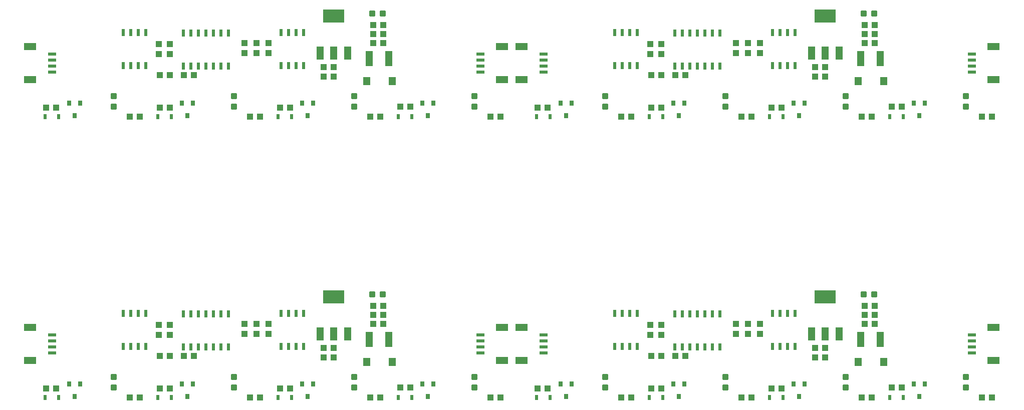
<source format=gtp>
G75*
%MOIN*%
%OFA0B0*%
%FSLAX25Y25*%
%IPPOS*%
%LPD*%
%AMOC8*
5,1,8,0,0,1.08239X$1,22.5*
%
%ADD10R,0.04331X0.03937*%
%ADD11R,0.02480X0.03268*%
%ADD12C,0.01181*%
%ADD13R,0.07874X0.04724*%
%ADD14R,0.05315X0.02362*%
%ADD15R,0.03937X0.04331*%
%ADD16R,0.03150X0.03543*%
%ADD17R,0.02362X0.04724*%
%ADD18R,0.04800X0.08800*%
%ADD19R,0.14173X0.08661*%
%ADD20R,0.04724X0.09843*%
%ADD21R,0.05000X0.05787*%
D10*
X0100404Y0133750D03*
X0107096Y0133750D03*
X0120404Y0139750D03*
X0127096Y0139750D03*
X0127096Y0161250D03*
X0120404Y0161250D03*
X0136404Y0161250D03*
X0143096Y0161250D03*
X0180404Y0133750D03*
X0187096Y0133750D03*
X0200404Y0139750D03*
X0207096Y0139750D03*
X0229404Y0160250D03*
X0229404Y0166750D03*
X0236096Y0166750D03*
X0236096Y0160250D03*
X0262404Y0182750D03*
X0269096Y0182750D03*
X0269096Y0188750D03*
X0269096Y0194750D03*
X0262404Y0194750D03*
X0262404Y0188750D03*
X0280404Y0140250D03*
X0287096Y0140250D03*
X0267096Y0133750D03*
X0260404Y0133750D03*
X0340404Y0133750D03*
X0347096Y0133750D03*
X0371904Y0139750D03*
X0378596Y0139750D03*
X0427404Y0133750D03*
X0434096Y0133750D03*
X0447404Y0139750D03*
X0454096Y0139750D03*
X0454096Y0161250D03*
X0447404Y0161250D03*
X0463404Y0161250D03*
X0470096Y0161250D03*
X0507404Y0133750D03*
X0514096Y0133750D03*
X0527404Y0139750D03*
X0534096Y0139750D03*
X0556404Y0160250D03*
X0556404Y0166750D03*
X0563096Y0166750D03*
X0563096Y0160250D03*
X0589404Y0182750D03*
X0596096Y0182750D03*
X0596096Y0188750D03*
X0596096Y0194750D03*
X0589404Y0194750D03*
X0589404Y0188750D03*
X0607404Y0140250D03*
X0614096Y0140250D03*
X0594096Y0133750D03*
X0587404Y0133750D03*
X0667404Y0133750D03*
X0674096Y0133750D03*
X0674096Y0320750D03*
X0667404Y0320750D03*
X0614096Y0327250D03*
X0607404Y0327250D03*
X0594096Y0320750D03*
X0587404Y0320750D03*
X0563096Y0347250D03*
X0556404Y0347250D03*
X0556404Y0353750D03*
X0563096Y0353750D03*
X0589404Y0369750D03*
X0596096Y0369750D03*
X0596096Y0375750D03*
X0596096Y0381750D03*
X0589404Y0381750D03*
X0589404Y0375750D03*
X0534096Y0326750D03*
X0527404Y0326750D03*
X0514096Y0320750D03*
X0507404Y0320750D03*
X0470096Y0348250D03*
X0463404Y0348250D03*
X0454096Y0348250D03*
X0447404Y0348250D03*
X0447404Y0326750D03*
X0454096Y0326750D03*
X0434096Y0320750D03*
X0427404Y0320750D03*
X0378596Y0326750D03*
X0371904Y0326750D03*
X0347096Y0320750D03*
X0340404Y0320750D03*
X0287096Y0327250D03*
X0280404Y0327250D03*
X0267096Y0320750D03*
X0260404Y0320750D03*
X0236096Y0347250D03*
X0229404Y0347250D03*
X0229404Y0353750D03*
X0236096Y0353750D03*
X0262404Y0369750D03*
X0269096Y0369750D03*
X0269096Y0375750D03*
X0269096Y0381750D03*
X0262404Y0381750D03*
X0262404Y0375750D03*
X0207096Y0326750D03*
X0200404Y0326750D03*
X0187096Y0320750D03*
X0180404Y0320750D03*
X0143096Y0348250D03*
X0136404Y0348250D03*
X0127096Y0348250D03*
X0120404Y0348250D03*
X0120404Y0326750D03*
X0127096Y0326750D03*
X0107096Y0320750D03*
X0100404Y0320750D03*
X0051596Y0326750D03*
X0044904Y0326750D03*
X0044904Y0139750D03*
X0051596Y0139750D03*
D11*
X0044222Y0133750D03*
X0053278Y0133750D03*
X0119222Y0133750D03*
X0128278Y0133750D03*
X0199222Y0133750D03*
X0208278Y0133750D03*
X0279222Y0133750D03*
X0288278Y0133750D03*
X0371222Y0133750D03*
X0380278Y0133750D03*
X0446222Y0133750D03*
X0455278Y0133750D03*
X0526222Y0133750D03*
X0535278Y0133750D03*
X0606222Y0133750D03*
X0615278Y0133750D03*
X0615278Y0320750D03*
X0606222Y0320750D03*
X0535278Y0320750D03*
X0526222Y0320750D03*
X0455278Y0320750D03*
X0446222Y0320750D03*
X0380278Y0320750D03*
X0371222Y0320750D03*
X0288278Y0320750D03*
X0279222Y0320750D03*
X0208278Y0320750D03*
X0199222Y0320750D03*
X0128278Y0320750D03*
X0119222Y0320750D03*
X0053278Y0320750D03*
X0044222Y0320750D03*
D12*
X0088372Y0328675D02*
X0091128Y0328675D01*
X0091128Y0325919D01*
X0088372Y0325919D01*
X0088372Y0328675D01*
X0088372Y0327041D02*
X0091128Y0327041D01*
X0091128Y0328163D02*
X0088372Y0328163D01*
X0088372Y0335581D02*
X0091128Y0335581D01*
X0091128Y0332825D01*
X0088372Y0332825D01*
X0088372Y0335581D01*
X0088372Y0333947D02*
X0091128Y0333947D01*
X0091128Y0335069D02*
X0088372Y0335069D01*
X0168372Y0335581D02*
X0171128Y0335581D01*
X0171128Y0332825D01*
X0168372Y0332825D01*
X0168372Y0335581D01*
X0168372Y0333947D02*
X0171128Y0333947D01*
X0171128Y0335069D02*
X0168372Y0335069D01*
X0168372Y0328675D02*
X0171128Y0328675D01*
X0171128Y0325919D01*
X0168372Y0325919D01*
X0168372Y0328675D01*
X0168372Y0327041D02*
X0171128Y0327041D01*
X0171128Y0328163D02*
X0168372Y0328163D01*
X0248372Y0328675D02*
X0251128Y0328675D01*
X0251128Y0325919D01*
X0248372Y0325919D01*
X0248372Y0328675D01*
X0248372Y0327041D02*
X0251128Y0327041D01*
X0251128Y0328163D02*
X0248372Y0328163D01*
X0248372Y0335581D02*
X0251128Y0335581D01*
X0251128Y0332825D01*
X0248372Y0332825D01*
X0248372Y0335581D01*
X0248372Y0333947D02*
X0251128Y0333947D01*
X0251128Y0335069D02*
X0248372Y0335069D01*
X0260419Y0387872D02*
X0260419Y0390628D01*
X0263175Y0390628D01*
X0263175Y0387872D01*
X0260419Y0387872D01*
X0260419Y0388994D02*
X0263175Y0388994D01*
X0263175Y0390116D02*
X0260419Y0390116D01*
X0267325Y0390628D02*
X0267325Y0387872D01*
X0267325Y0390628D02*
X0270081Y0390628D01*
X0270081Y0387872D01*
X0267325Y0387872D01*
X0267325Y0388994D02*
X0270081Y0388994D01*
X0270081Y0390116D02*
X0267325Y0390116D01*
X0328372Y0335581D02*
X0331128Y0335581D01*
X0331128Y0332825D01*
X0328372Y0332825D01*
X0328372Y0335581D01*
X0328372Y0333947D02*
X0331128Y0333947D01*
X0331128Y0335069D02*
X0328372Y0335069D01*
X0328372Y0328675D02*
X0331128Y0328675D01*
X0331128Y0325919D01*
X0328372Y0325919D01*
X0328372Y0328675D01*
X0328372Y0327041D02*
X0331128Y0327041D01*
X0331128Y0328163D02*
X0328372Y0328163D01*
X0415372Y0328675D02*
X0418128Y0328675D01*
X0418128Y0325919D01*
X0415372Y0325919D01*
X0415372Y0328675D01*
X0415372Y0327041D02*
X0418128Y0327041D01*
X0418128Y0328163D02*
X0415372Y0328163D01*
X0415372Y0335581D02*
X0418128Y0335581D01*
X0418128Y0332825D01*
X0415372Y0332825D01*
X0415372Y0335581D01*
X0415372Y0333947D02*
X0418128Y0333947D01*
X0418128Y0335069D02*
X0415372Y0335069D01*
X0495372Y0335581D02*
X0498128Y0335581D01*
X0498128Y0332825D01*
X0495372Y0332825D01*
X0495372Y0335581D01*
X0495372Y0333947D02*
X0498128Y0333947D01*
X0498128Y0335069D02*
X0495372Y0335069D01*
X0495372Y0328675D02*
X0498128Y0328675D01*
X0498128Y0325919D01*
X0495372Y0325919D01*
X0495372Y0328675D01*
X0495372Y0327041D02*
X0498128Y0327041D01*
X0498128Y0328163D02*
X0495372Y0328163D01*
X0575372Y0328675D02*
X0578128Y0328675D01*
X0578128Y0325919D01*
X0575372Y0325919D01*
X0575372Y0328675D01*
X0575372Y0327041D02*
X0578128Y0327041D01*
X0578128Y0328163D02*
X0575372Y0328163D01*
X0575372Y0335581D02*
X0578128Y0335581D01*
X0578128Y0332825D01*
X0575372Y0332825D01*
X0575372Y0335581D01*
X0575372Y0333947D02*
X0578128Y0333947D01*
X0578128Y0335069D02*
X0575372Y0335069D01*
X0655372Y0335581D02*
X0658128Y0335581D01*
X0658128Y0332825D01*
X0655372Y0332825D01*
X0655372Y0335581D01*
X0655372Y0333947D02*
X0658128Y0333947D01*
X0658128Y0335069D02*
X0655372Y0335069D01*
X0655372Y0328675D02*
X0658128Y0328675D01*
X0658128Y0325919D01*
X0655372Y0325919D01*
X0655372Y0328675D01*
X0655372Y0327041D02*
X0658128Y0327041D01*
X0658128Y0328163D02*
X0655372Y0328163D01*
X0594325Y0387872D02*
X0594325Y0390628D01*
X0597081Y0390628D01*
X0597081Y0387872D01*
X0594325Y0387872D01*
X0594325Y0388994D02*
X0597081Y0388994D01*
X0597081Y0390116D02*
X0594325Y0390116D01*
X0587419Y0390628D02*
X0587419Y0387872D01*
X0587419Y0390628D02*
X0590175Y0390628D01*
X0590175Y0387872D01*
X0587419Y0387872D01*
X0587419Y0388994D02*
X0590175Y0388994D01*
X0590175Y0390116D02*
X0587419Y0390116D01*
X0587419Y0203628D02*
X0587419Y0200872D01*
X0587419Y0203628D02*
X0590175Y0203628D01*
X0590175Y0200872D01*
X0587419Y0200872D01*
X0587419Y0201994D02*
X0590175Y0201994D01*
X0590175Y0203116D02*
X0587419Y0203116D01*
X0594325Y0203628D02*
X0594325Y0200872D01*
X0594325Y0203628D02*
X0597081Y0203628D01*
X0597081Y0200872D01*
X0594325Y0200872D01*
X0594325Y0201994D02*
X0597081Y0201994D01*
X0597081Y0203116D02*
X0594325Y0203116D01*
X0578128Y0148581D02*
X0575372Y0148581D01*
X0578128Y0148581D02*
X0578128Y0145825D01*
X0575372Y0145825D01*
X0575372Y0148581D01*
X0575372Y0146947D02*
X0578128Y0146947D01*
X0578128Y0148069D02*
X0575372Y0148069D01*
X0575372Y0141675D02*
X0578128Y0141675D01*
X0578128Y0138919D01*
X0575372Y0138919D01*
X0575372Y0141675D01*
X0575372Y0140041D02*
X0578128Y0140041D01*
X0578128Y0141163D02*
X0575372Y0141163D01*
X0498128Y0141675D02*
X0495372Y0141675D01*
X0498128Y0141675D02*
X0498128Y0138919D01*
X0495372Y0138919D01*
X0495372Y0141675D01*
X0495372Y0140041D02*
X0498128Y0140041D01*
X0498128Y0141163D02*
X0495372Y0141163D01*
X0495372Y0148581D02*
X0498128Y0148581D01*
X0498128Y0145825D01*
X0495372Y0145825D01*
X0495372Y0148581D01*
X0495372Y0146947D02*
X0498128Y0146947D01*
X0498128Y0148069D02*
X0495372Y0148069D01*
X0418128Y0148581D02*
X0415372Y0148581D01*
X0418128Y0148581D02*
X0418128Y0145825D01*
X0415372Y0145825D01*
X0415372Y0148581D01*
X0415372Y0146947D02*
X0418128Y0146947D01*
X0418128Y0148069D02*
X0415372Y0148069D01*
X0415372Y0141675D02*
X0418128Y0141675D01*
X0418128Y0138919D01*
X0415372Y0138919D01*
X0415372Y0141675D01*
X0415372Y0140041D02*
X0418128Y0140041D01*
X0418128Y0141163D02*
X0415372Y0141163D01*
X0331128Y0141675D02*
X0328372Y0141675D01*
X0331128Y0141675D02*
X0331128Y0138919D01*
X0328372Y0138919D01*
X0328372Y0141675D01*
X0328372Y0140041D02*
X0331128Y0140041D01*
X0331128Y0141163D02*
X0328372Y0141163D01*
X0328372Y0148581D02*
X0331128Y0148581D01*
X0331128Y0145825D01*
X0328372Y0145825D01*
X0328372Y0148581D01*
X0328372Y0146947D02*
X0331128Y0146947D01*
X0331128Y0148069D02*
X0328372Y0148069D01*
X0251128Y0148581D02*
X0248372Y0148581D01*
X0251128Y0148581D02*
X0251128Y0145825D01*
X0248372Y0145825D01*
X0248372Y0148581D01*
X0248372Y0146947D02*
X0251128Y0146947D01*
X0251128Y0148069D02*
X0248372Y0148069D01*
X0248372Y0141675D02*
X0251128Y0141675D01*
X0251128Y0138919D01*
X0248372Y0138919D01*
X0248372Y0141675D01*
X0248372Y0140041D02*
X0251128Y0140041D01*
X0251128Y0141163D02*
X0248372Y0141163D01*
X0171128Y0141675D02*
X0168372Y0141675D01*
X0171128Y0141675D02*
X0171128Y0138919D01*
X0168372Y0138919D01*
X0168372Y0141675D01*
X0168372Y0140041D02*
X0171128Y0140041D01*
X0171128Y0141163D02*
X0168372Y0141163D01*
X0168372Y0148581D02*
X0171128Y0148581D01*
X0171128Y0145825D01*
X0168372Y0145825D01*
X0168372Y0148581D01*
X0168372Y0146947D02*
X0171128Y0146947D01*
X0171128Y0148069D02*
X0168372Y0148069D01*
X0091128Y0148581D02*
X0088372Y0148581D01*
X0091128Y0148581D02*
X0091128Y0145825D01*
X0088372Y0145825D01*
X0088372Y0148581D01*
X0088372Y0146947D02*
X0091128Y0146947D01*
X0091128Y0148069D02*
X0088372Y0148069D01*
X0088372Y0141675D02*
X0091128Y0141675D01*
X0091128Y0138919D01*
X0088372Y0138919D01*
X0088372Y0141675D01*
X0088372Y0140041D02*
X0091128Y0140041D01*
X0091128Y0141163D02*
X0088372Y0141163D01*
X0260419Y0200872D02*
X0260419Y0203628D01*
X0263175Y0203628D01*
X0263175Y0200872D01*
X0260419Y0200872D01*
X0260419Y0201994D02*
X0263175Y0201994D01*
X0263175Y0203116D02*
X0260419Y0203116D01*
X0267325Y0203628D02*
X0267325Y0200872D01*
X0267325Y0203628D02*
X0270081Y0203628D01*
X0270081Y0200872D01*
X0267325Y0200872D01*
X0267325Y0201994D02*
X0270081Y0201994D01*
X0270081Y0203116D02*
X0267325Y0203116D01*
X0655372Y0148581D02*
X0658128Y0148581D01*
X0658128Y0145825D01*
X0655372Y0145825D01*
X0655372Y0148581D01*
X0655372Y0146947D02*
X0658128Y0146947D01*
X0658128Y0148069D02*
X0655372Y0148069D01*
X0655372Y0141675D02*
X0658128Y0141675D01*
X0658128Y0138919D01*
X0655372Y0138919D01*
X0655372Y0141675D01*
X0655372Y0140041D02*
X0658128Y0140041D01*
X0658128Y0141163D02*
X0655372Y0141163D01*
D13*
X0675219Y0158226D03*
X0675219Y0180274D03*
X0675219Y0345226D03*
X0675219Y0367274D03*
X0361281Y0367274D03*
X0348219Y0367274D03*
X0348219Y0345226D03*
X0361281Y0345226D03*
X0361281Y0180274D03*
X0348219Y0180274D03*
X0348219Y0158226D03*
X0361281Y0158226D03*
X0034281Y0158226D03*
X0034281Y0180274D03*
X0034281Y0345226D03*
X0034281Y0367274D03*
D14*
X0048750Y0362156D03*
X0048750Y0358219D03*
X0048750Y0354281D03*
X0048750Y0350344D03*
X0333750Y0350344D03*
X0333750Y0354281D03*
X0333750Y0358219D03*
X0333750Y0362156D03*
X0375750Y0362156D03*
X0375750Y0358219D03*
X0375750Y0354281D03*
X0375750Y0350344D03*
X0375750Y0175156D03*
X0375750Y0171219D03*
X0375750Y0167281D03*
X0375750Y0163344D03*
X0333750Y0163344D03*
X0333750Y0167281D03*
X0333750Y0171219D03*
X0333750Y0175156D03*
X0048750Y0175156D03*
X0048750Y0171219D03*
X0048750Y0167281D03*
X0048750Y0163344D03*
X0660750Y0163344D03*
X0660750Y0167281D03*
X0660750Y0171219D03*
X0660750Y0175156D03*
X0660750Y0350344D03*
X0660750Y0354281D03*
X0660750Y0358219D03*
X0660750Y0362156D03*
D15*
X0519750Y0362904D03*
X0519750Y0369596D03*
X0511750Y0369596D03*
X0511750Y0362904D03*
X0503750Y0362904D03*
X0503750Y0369596D03*
X0454250Y0369096D03*
X0454250Y0362404D03*
X0446750Y0362404D03*
X0446750Y0369096D03*
X0192750Y0369596D03*
X0192750Y0362904D03*
X0184750Y0362904D03*
X0184750Y0369596D03*
X0176750Y0369596D03*
X0176750Y0362904D03*
X0127250Y0362404D03*
X0127250Y0369096D03*
X0119750Y0369096D03*
X0119750Y0362404D03*
X0119750Y0182096D03*
X0119750Y0175404D03*
X0127250Y0175404D03*
X0127250Y0182096D03*
X0176750Y0182596D03*
X0176750Y0175904D03*
X0184750Y0175904D03*
X0184750Y0182596D03*
X0192750Y0182596D03*
X0192750Y0175904D03*
X0446750Y0175404D03*
X0446750Y0182096D03*
X0454250Y0182096D03*
X0454250Y0175404D03*
X0503750Y0175904D03*
X0503750Y0182596D03*
X0511750Y0182596D03*
X0511750Y0175904D03*
X0519750Y0175904D03*
X0519750Y0182596D03*
D16*
X0542010Y0142687D03*
X0549490Y0142687D03*
X0545750Y0134419D03*
X0469490Y0142687D03*
X0462010Y0142687D03*
X0465750Y0134419D03*
X0394490Y0142687D03*
X0387010Y0142687D03*
X0390750Y0134419D03*
X0302490Y0142687D03*
X0295010Y0142687D03*
X0298750Y0134419D03*
X0222490Y0142687D03*
X0215010Y0142687D03*
X0218750Y0134419D03*
X0142490Y0142687D03*
X0135010Y0142687D03*
X0138750Y0134419D03*
X0067490Y0142687D03*
X0060010Y0142687D03*
X0063750Y0134419D03*
X0063750Y0321419D03*
X0060010Y0329687D03*
X0067490Y0329687D03*
X0135010Y0329687D03*
X0142490Y0329687D03*
X0138750Y0321419D03*
X0215010Y0329687D03*
X0222490Y0329687D03*
X0218750Y0321419D03*
X0295010Y0329687D03*
X0302490Y0329687D03*
X0298750Y0321419D03*
X0387010Y0329687D03*
X0394490Y0329687D03*
X0390750Y0321419D03*
X0462010Y0329687D03*
X0469490Y0329687D03*
X0465750Y0321419D03*
X0542010Y0329687D03*
X0549490Y0329687D03*
X0545750Y0321419D03*
X0622010Y0329687D03*
X0629490Y0329687D03*
X0625750Y0321419D03*
X0622010Y0142687D03*
X0629490Y0142687D03*
X0625750Y0134419D03*
D17*
X0543250Y0167726D03*
X0538250Y0167726D03*
X0533250Y0167726D03*
X0528250Y0167726D03*
X0528250Y0189774D03*
X0533250Y0189774D03*
X0538250Y0189774D03*
X0543250Y0189774D03*
X0493250Y0189274D03*
X0488250Y0189274D03*
X0483250Y0189274D03*
X0478250Y0189274D03*
X0473250Y0189274D03*
X0468250Y0189274D03*
X0463250Y0189274D03*
X0438250Y0189774D03*
X0433250Y0189774D03*
X0428250Y0189774D03*
X0423250Y0189774D03*
X0423250Y0167726D03*
X0428250Y0167726D03*
X0433250Y0167726D03*
X0438250Y0167726D03*
X0463250Y0167226D03*
X0468250Y0167226D03*
X0473250Y0167226D03*
X0478250Y0167226D03*
X0483250Y0167226D03*
X0488250Y0167226D03*
X0493250Y0167226D03*
X0216250Y0167726D03*
X0211250Y0167726D03*
X0206250Y0167726D03*
X0201250Y0167726D03*
X0166250Y0167226D03*
X0161250Y0167226D03*
X0156250Y0167226D03*
X0151250Y0167226D03*
X0146250Y0167226D03*
X0141250Y0167226D03*
X0136250Y0167226D03*
X0111250Y0167726D03*
X0106250Y0167726D03*
X0101250Y0167726D03*
X0096250Y0167726D03*
X0096250Y0189774D03*
X0101250Y0189774D03*
X0106250Y0189774D03*
X0111250Y0189774D03*
X0136250Y0189274D03*
X0141250Y0189274D03*
X0146250Y0189274D03*
X0151250Y0189274D03*
X0156250Y0189274D03*
X0161250Y0189274D03*
X0166250Y0189274D03*
X0201250Y0189774D03*
X0206250Y0189774D03*
X0211250Y0189774D03*
X0216250Y0189774D03*
X0216250Y0354726D03*
X0211250Y0354726D03*
X0206250Y0354726D03*
X0201250Y0354726D03*
X0166250Y0354226D03*
X0161250Y0354226D03*
X0156250Y0354226D03*
X0151250Y0354226D03*
X0146250Y0354226D03*
X0141250Y0354226D03*
X0136250Y0354226D03*
X0111250Y0354726D03*
X0106250Y0354726D03*
X0101250Y0354726D03*
X0096250Y0354726D03*
X0096250Y0376774D03*
X0101250Y0376774D03*
X0106250Y0376774D03*
X0111250Y0376774D03*
X0136250Y0376274D03*
X0141250Y0376274D03*
X0146250Y0376274D03*
X0151250Y0376274D03*
X0156250Y0376274D03*
X0161250Y0376274D03*
X0166250Y0376274D03*
X0201250Y0376774D03*
X0206250Y0376774D03*
X0211250Y0376774D03*
X0216250Y0376774D03*
X0423250Y0376774D03*
X0428250Y0376774D03*
X0433250Y0376774D03*
X0438250Y0376774D03*
X0463250Y0376274D03*
X0468250Y0376274D03*
X0473250Y0376274D03*
X0478250Y0376274D03*
X0483250Y0376274D03*
X0488250Y0376274D03*
X0493250Y0376274D03*
X0493250Y0354226D03*
X0488250Y0354226D03*
X0483250Y0354226D03*
X0478250Y0354226D03*
X0473250Y0354226D03*
X0468250Y0354226D03*
X0463250Y0354226D03*
X0438250Y0354726D03*
X0433250Y0354726D03*
X0428250Y0354726D03*
X0423250Y0354726D03*
X0528250Y0354726D03*
X0533250Y0354726D03*
X0538250Y0354726D03*
X0543250Y0354726D03*
X0543250Y0376774D03*
X0538250Y0376774D03*
X0533250Y0376774D03*
X0528250Y0376774D03*
D18*
X0554150Y0363050D03*
X0563250Y0363050D03*
X0572350Y0363050D03*
X0572350Y0176050D03*
X0563250Y0176050D03*
X0554150Y0176050D03*
X0245350Y0176050D03*
X0236250Y0176050D03*
X0227150Y0176050D03*
X0227150Y0363050D03*
X0236250Y0363050D03*
X0245350Y0363050D03*
D19*
X0236250Y0387451D03*
X0236250Y0200451D03*
X0563250Y0200451D03*
X0563250Y0387451D03*
D20*
X0586754Y0359250D03*
X0599746Y0359250D03*
X0599746Y0172250D03*
X0586754Y0172250D03*
X0272746Y0172250D03*
X0259754Y0172250D03*
X0259754Y0359250D03*
X0272746Y0359250D03*
D21*
X0275215Y0344250D03*
X0258285Y0344250D03*
X0258285Y0157250D03*
X0275215Y0157250D03*
X0585285Y0157250D03*
X0602215Y0157250D03*
X0602215Y0344250D03*
X0585285Y0344250D03*
M02*

</source>
